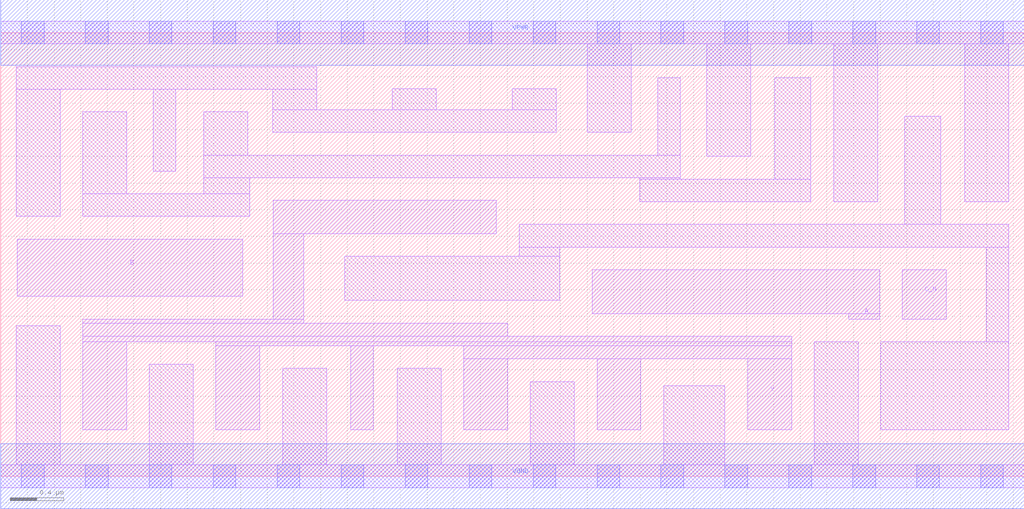
<source format=lef>
# Copyright 2020 The SkyWater PDK Authors
#
# Licensed under the Apache License, Version 2.0 (the "License");
# you may not use this file except in compliance with the License.
# You may obtain a copy of the License at
#
#     https://www.apache.org/licenses/LICENSE-2.0
#
# Unless required by applicable law or agreed to in writing, software
# distributed under the License is distributed on an "AS IS" BASIS,
# WITHOUT WARRANTIES OR CONDITIONS OF ANY KIND, either express or implied.
# See the License for the specific language governing permissions and
# limitations under the License.
#
# SPDX-License-Identifier: Apache-2.0

VERSION 5.5 ;
NAMESCASESENSITIVE ON ;
BUSBITCHARS "[]" ;
DIVIDERCHAR "/" ;
MACRO sky130_fd_sc_ls__nor3b_4
  CLASS CORE ;
  SOURCE USER ;
  ORIGIN  0.000000  0.000000 ;
  SIZE  7.680000 BY  3.330000 ;
  SYMMETRY X Y ;
  SITE unit ;
  PIN A
    ANTENNAGATEAREA  1.116000 ;
    DIRECTION INPUT ;
    USE SIGNAL ;
    PORT
      LAYER li1 ;
        RECT 4.440000 1.220000 6.595000 1.550000 ;
        RECT 6.365000 1.180000 6.595000 1.220000 ;
    END
  END A
  PIN B
    ANTENNAGATEAREA  1.116000 ;
    DIRECTION INPUT ;
    USE SIGNAL ;
    PORT
      LAYER li1 ;
        RECT 0.125000 1.350000 1.815000 1.780000 ;
    END
  END B
  PIN C_N
    ANTENNAGATEAREA  0.363000 ;
    DIRECTION INPUT ;
    USE SIGNAL ;
    PORT
      LAYER li1 ;
        RECT 6.765000 1.180000 7.095000 1.550000 ;
    END
  END C_N
  PIN Y
    ANTENNADIFFAREA  1.985500 ;
    DIRECTION OUTPUT ;
    USE SIGNAL ;
    PORT
      LAYER li1 ;
        RECT 0.615000 0.350000 0.945000 1.010000 ;
        RECT 0.615000 1.010000 5.935000 1.050000 ;
        RECT 0.615000 1.050000 3.805000 1.150000 ;
        RECT 0.615000 1.150000 2.275000 1.180000 ;
        RECT 1.615000 0.350000 1.945000 0.980000 ;
        RECT 1.615000 0.980000 5.935000 1.010000 ;
        RECT 2.045000 1.180000 2.275000 1.820000 ;
        RECT 2.045000 1.820000 3.720000 2.070000 ;
        RECT 2.625000 0.350000 2.795000 0.980000 ;
        RECT 3.475000 0.350000 3.805000 0.880000 ;
        RECT 3.475000 0.880000 5.935000 0.980000 ;
        RECT 4.475000 0.350000 4.805000 0.880000 ;
        RECT 5.605000 0.350000 5.935000 0.880000 ;
    END
  END Y
  PIN VGND
    DIRECTION INOUT ;
    SHAPE ABUTMENT ;
    USE GROUND ;
    PORT
      LAYER met1 ;
        RECT 0.000000 -0.245000 7.680000 0.245000 ;
    END
  END VGND
  PIN VNB
    DIRECTION INOUT ;
    USE GROUND ;
    PORT
    END
  END VNB
  PIN VPB
    DIRECTION INOUT ;
    USE POWER ;
    PORT
    END
  END VPB
  PIN VPWR
    DIRECTION INOUT ;
    SHAPE ABUTMENT ;
    USE POWER ;
    PORT
      LAYER met1 ;
        RECT 0.000000 3.085000 7.680000 3.575000 ;
    END
  END VPWR
  OBS
    LAYER li1 ;
      RECT 0.000000 -0.085000 7.680000 0.085000 ;
      RECT 0.000000  3.245000 7.680000 3.415000 ;
      RECT 0.115000  0.085000 0.445000 1.130000 ;
      RECT 0.115000  1.950000 0.445000 2.905000 ;
      RECT 0.115000  2.905000 2.370000 3.075000 ;
      RECT 0.615000  1.950000 1.870000 2.120000 ;
      RECT 0.615000  2.120000 0.945000 2.735000 ;
      RECT 1.115000  0.085000 1.445000 0.840000 ;
      RECT 1.145000  2.290000 1.315000 2.905000 ;
      RECT 1.525000  2.120000 1.870000 2.240000 ;
      RECT 1.525000  2.240000 5.100000 2.410000 ;
      RECT 1.525000  2.410000 1.855000 2.735000 ;
      RECT 2.040000  2.580000 4.170000 2.750000 ;
      RECT 2.040000  2.750000 2.370000 2.905000 ;
      RECT 2.115000  0.085000 2.445000 0.810000 ;
      RECT 2.580000  1.320000 4.195000 1.650000 ;
      RECT 2.940000  2.750000 3.270000 2.910000 ;
      RECT 2.975000  0.085000 3.305000 0.810000 ;
      RECT 3.840000  2.750000 4.170000 2.910000 ;
      RECT 3.890000  1.650000 4.195000 1.720000 ;
      RECT 3.890000  1.720000 7.565000 1.890000 ;
      RECT 3.975000  0.085000 4.305000 0.710000 ;
      RECT 4.400000  2.580000 4.730000 3.245000 ;
      RECT 4.795000  2.060000 6.080000 2.230000 ;
      RECT 4.795000  2.230000 5.100000 2.240000 ;
      RECT 4.930000  2.410000 5.100000 2.990000 ;
      RECT 4.975000  0.085000 5.435000 0.680000 ;
      RECT 5.300000  2.400000 5.630000 3.245000 ;
      RECT 5.810000  2.230000 6.080000 2.990000 ;
      RECT 6.105000  0.085000 6.435000 1.010000 ;
      RECT 6.250000  2.060000 6.580000 3.245000 ;
      RECT 6.605000  0.350000 7.565000 1.010000 ;
      RECT 6.785000  1.890000 7.055000 2.700000 ;
      RECT 7.235000  2.060000 7.565000 3.245000 ;
      RECT 7.395000  1.010000 7.565000 1.720000 ;
    LAYER mcon ;
      RECT 0.155000 -0.085000 0.325000 0.085000 ;
      RECT 0.155000  3.245000 0.325000 3.415000 ;
      RECT 0.635000 -0.085000 0.805000 0.085000 ;
      RECT 0.635000  3.245000 0.805000 3.415000 ;
      RECT 1.115000 -0.085000 1.285000 0.085000 ;
      RECT 1.115000  3.245000 1.285000 3.415000 ;
      RECT 1.595000 -0.085000 1.765000 0.085000 ;
      RECT 1.595000  3.245000 1.765000 3.415000 ;
      RECT 2.075000 -0.085000 2.245000 0.085000 ;
      RECT 2.075000  3.245000 2.245000 3.415000 ;
      RECT 2.555000 -0.085000 2.725000 0.085000 ;
      RECT 2.555000  3.245000 2.725000 3.415000 ;
      RECT 3.035000 -0.085000 3.205000 0.085000 ;
      RECT 3.035000  3.245000 3.205000 3.415000 ;
      RECT 3.515000 -0.085000 3.685000 0.085000 ;
      RECT 3.515000  3.245000 3.685000 3.415000 ;
      RECT 3.995000 -0.085000 4.165000 0.085000 ;
      RECT 3.995000  3.245000 4.165000 3.415000 ;
      RECT 4.475000 -0.085000 4.645000 0.085000 ;
      RECT 4.475000  3.245000 4.645000 3.415000 ;
      RECT 4.955000 -0.085000 5.125000 0.085000 ;
      RECT 4.955000  3.245000 5.125000 3.415000 ;
      RECT 5.435000 -0.085000 5.605000 0.085000 ;
      RECT 5.435000  3.245000 5.605000 3.415000 ;
      RECT 5.915000 -0.085000 6.085000 0.085000 ;
      RECT 5.915000  3.245000 6.085000 3.415000 ;
      RECT 6.395000 -0.085000 6.565000 0.085000 ;
      RECT 6.395000  3.245000 6.565000 3.415000 ;
      RECT 6.875000 -0.085000 7.045000 0.085000 ;
      RECT 6.875000  3.245000 7.045000 3.415000 ;
      RECT 7.355000 -0.085000 7.525000 0.085000 ;
      RECT 7.355000  3.245000 7.525000 3.415000 ;
  END
END sky130_fd_sc_ls__nor3b_4
END LIBRARY

</source>
